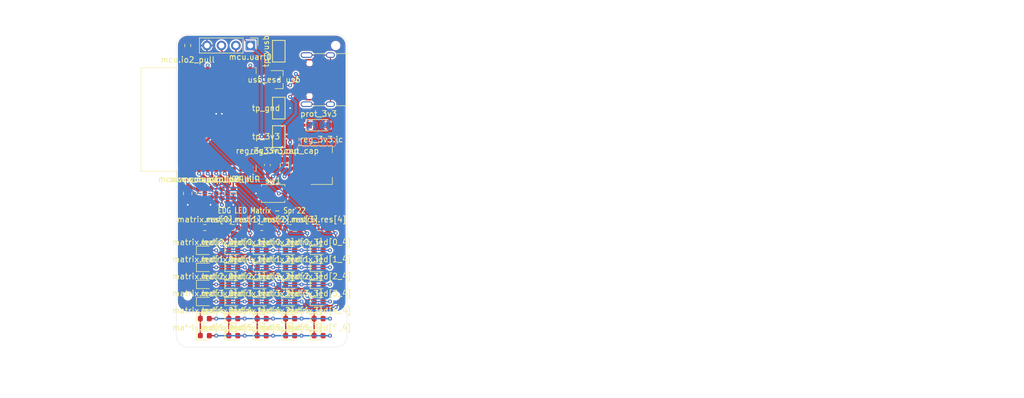
<source format=kicad_pcb>
(kicad_pcb (version 20171130) (host pcbnew "(5.1.12)-1")
  (layers (0 F.Cu signal) (31 B.Cu signal) (34 B.Paste user) (35 F.Paste user) (36 B.SilkS user) (37 F.SilkS user) (38 B.Mask user) (39 F.Mask user) (44 Edge.Cuts user))
  (net 0 "")
  (net 1 gnd)
  (net 2 v3v3)
  (net 3 vusb)
  (net 4 usb.shield)
  (net 5 usb.usb.dp)
  (net 6 matrix.led[3_0].k)
  (net 7 matrix.ios.1)
  (net 8 matrix.led[1_2].k)
  (net 9 matrix.ios.2)
  (net 10 matrix.ios.3)
  (net 11 mcu.gpio.led_4)
  (net 12 mcu.gpio.led_5)
  (net 13 mcu.ic.io2)
  (net 14 matrix.led[1_4].k)
  (net 15 mcu.en_pull.output)
  (net 16 mcu.uart0.uart.rx)
  (net 17 mcu.uart0.pins.2)
  (net 18 mcu.gpio.led_0)
  (net 19 mcu.gpio.sw1)
  (net 20 mcu.ic.io8)
  (net 21 matrix.led[1_3].k)
  (net 22 usb_esd.usb.dm)
  (net 23 matrix.led[4_1].k)
  (net 24 matrix.ios.6)
  (module Capacitor_SMD:C_0603_1608Metric (layer F.Cu) (at 91 34 270)
    (fp_text reference mcu.en_pull.c (at -2.5 0 180) (layer F.SilkS))
    (fp_text value C15849)
    (pad 1 smd roundrect (at -0.775 0 270) (size 0.9 0.95) (layers F.Cu F.Paste F.Mask) (net 15 mcu.en_pull.output))
    (pad 2 smd roundrect (at 0.775 0 270) (size 0.9 0.95) (layers F.Cu F.Paste F.Mask) (net 1 gnd))
  )
  (module Resistor_SMD:R_0603_1608Metric (layer F.Cu) (at 93 34 90)
    (fp_text reference mcu.en_pull.r (at 2.5 0 180) (layer F.SilkS))
    (fp_text value C25804)
    (pad 1 smd roundrect (at -0.825 0 90) (size 0.8 0.95) (layers F.Cu F.Paste F.Mask) (net 2 v3v3))
    (pad 2 smd roundrect (at 0.825 0 90) (size 0.8 0.95) (layers F.Cu F.Paste F.Mask) (net 15 mcu.en_pull.output))
  )
  (module Resistor_SMD:R_0603_1608Metric (layer F.Cu) (at 87 8 270)
    (fp_text reference mcu.io2_pull (at 2.5 0 180) (layer F.SilkS))
    (fp_text value C25804)
    (pad 2 smd roundrect (at 0.825 0 270) (size 0.8 0.95) (layers F.Cu F.Paste F.Mask) (net 13 mcu.ic.io2))
    (pad 1 smd roundrect (at -0.825 0 270) (size 0.8 0.95) (layers F.Cu F.Paste F.Mask) (net 2 v3v3))
  )
  (module Resistor_SMD:R_0603_1608Metric (layer F.Cu) (at 95 34 90)
    (fp_text reference mcu.io8_pull (at 2.5 0 180) (layer F.SilkS))
    (fp_text value C25804)
    (pad 1 smd roundrect (at -0.825 0 90) (size 0.8 0.95) (layers F.Cu F.Paste F.Mask) (net 1 gnd))
    (pad 2 smd roundrect (at 0.825 0 90) (size 0.8 0.95) (layers F.Cu F.Paste F.Mask) (net 20 mcu.ic.io8))
  )
  (module Connector_PinHeader_2.54mm:PinHeader_1x04_P2.54mm_Vertical (layer F.Cu) (at 98 8 270)
    (fp_text reference mcu.uart0 (at 2 0 180) (layer F.SilkS))
    (fp_text value "")
    (pad 1 thru_hole rect (at 0 0 270) (size 1.7 1.7) (drill 1) (layers *.Cu *.Mask) (net 2 v3v3))
    (pad 2 thru_hole oval (at 0 2.54 270) (size 1.7 1.7) (drill 1) (layers *.Cu *.Mask) (net 17 mcu.uart0.pins.2))
    (pad 3 thru_hole oval (at 0 5.08 270) (size 1.7 1.7) (drill 1) (layers *.Cu *.Mask) (net 16 mcu.uart0.uart.rx))
    (pad 4 thru_hole oval (at 0 7.62 270) (size 1.7 1.7) (drill 1) (layers *.Cu *.Mask) (net 1 gnd))
  )
  (module Capacitor_SMD:C_0805_2012Metric (layer F.Cu) (at 87 34 270)
    (fp_text reference mcu.vcc_cap0 (at -2.5 0 180) (layer F.SilkS))
    (fp_text value C15850)
    (pad 1 smd roundrect (at -0.95 0 270) (size 1 1.45) (layers F.Cu F.Paste F.Mask) (net 2 v3v3))
    (pad 2 smd roundrect (at 0.95 0 270) (size 1 1.45) (layers F.Cu F.Paste F.Mask) (net 1 gnd))
  )
  (module Capacitor_SMD:C_0603_1608Metric (layer F.Cu) (at 89 34 270)
    (fp_text reference mcu.vcc_cap1 (at -2.5 0 180) (layer F.SilkS))
    (fp_text value C14663)
    (pad 2 smd roundrect (at 0.775 0 270) (size 0.9 0.95) (layers F.Cu F.Paste F.Mask) (net 1 gnd))
    (pad 1 smd roundrect (at -0.775 0 270) (size 0.9 0.95) (layers F.Cu F.Paste F.Mask) (net 2 v3v3))
  )
  (module Connector_USB:USB_C_Receptacle_XKB_U262-16XN-4BVC11 (layer F.Cu) (at 111 14 90)
    (fp_text reference usb (at 0 -5.5 180) (layer F.SilkS))
    (fp_text value C165948)
    (pad S1 thru_hole oval (at -4.32 -3.105 90) (size 1 2.1) (drill oval 0.6 1.7) (layers *.Cu *.Mask) (net 4 usb.shield))
    (pad S1 thru_hole oval (at 4.32 -3.105 90) (size 1 2.1) (drill oval 0.6 1.7) (layers *.Cu *.Mask) (net 4 usb.shield))
    (pad S1 thru_hole oval (at -4.32 1.075 90) (size 1 1.6) (drill oval 0.6 1.2) (layers *.Cu *.Mask) (net 4 usb.shield))
    (pad S1 thru_hole oval (at 4.32 1.075 90) (size 1 1.6) (drill oval 0.6 1.2) (layers *.Cu *.Mask) (net 4 usb.shield))
    (pad "" np_thru_hole circle (at 2.89 -2.605 90) (size 0.65 0.65) (drill 0.65) (layers *.Cu *.Mask))
    (pad "" np_thru_hole circle (at -2.89 -2.605 90) (size 0.65 0.65) (drill 0.65) (layers *.Cu *.Mask))
    (pad B1 smd rect (at 3.05 -3.67 90) (size 0.3 1.15) (layers F.Cu F.Paste F.Mask) (net 1 gnd))
    (pad B4 smd rect (at 2.25 -3.67 90) (size 0.3 1.15) (layers F.Cu F.Paste F.Mask) (net 3 vusb))
    (pad B5 smd rect (at 1.75 -3.67 90) (size 0.3 1.15) (layers F.Cu F.Paste F.Mask))
    (pad A8 smd rect (at 1.25 -3.67 90) (size 0.3 1.15) (layers F.Cu F.Paste F.Mask))
    (pad B6 smd rect (at 0.75 -3.67 90) (size 0.3 1.15) (layers F.Cu F.Paste F.Mask) (net 5 usb.usb.dp))
    (pad A7 smd rect (at 0.25 -3.67 90) (size 0.3 1.15) (layers F.Cu F.Paste F.Mask) (net 22 usb_esd.usb.dm))
    (pad A6 smd rect (at -0.25 -3.67 90) (size 0.3 1.15) (layers F.Cu F.Paste F.Mask) (net 5 usb.usb.dp))
    (pad B7 smd rect (at -0.75 -3.67 90) (size 0.3 1.15) (layers F.Cu F.Paste F.Mask) (net 22 usb_esd.usb.dm))
    (pad A5 smd rect (at -1.25 -3.67 90) (size 0.3 1.15) (layers F.Cu F.Paste F.Mask))
    (pad B8 smd rect (at -1.75 -3.67 90) (size 0.3 1.15) (layers F.Cu F.Paste F.Mask))
    (pad A4 smd rect (at -2.55 -3.67 90) (size 0.3 1.15) (layers F.Cu F.Paste F.Mask) (net 3 vusb))
    (pad A1 smd rect (at -3.35 -3.67 90) (size 0.3 1.15) (layers F.Cu F.Paste F.Mask) (net 1 gnd))
    (pad B12 smd rect (at -3.05 -3.67 90) (size 0.3 1.15) (layers F.Cu F.Paste F.Mask) (net 1 gnd))
    (pad B9 smd rect (at -2.25 -3.67 90) (size 0.3 1.15) (layers F.Cu F.Paste F.Mask) (net 3 vusb))
    (pad A9 smd rect (at 2.55 -3.67 90) (size 0.3 1.15) (layers F.Cu F.Paste F.Mask) (net 3 vusb))
    (pad A12 smd rect (at 3.35 -3.67 90) (size 0.3 1.15) (layers F.Cu F.Paste F.Mask) (net 1 gnd))
  )
  (module RF_Module:ESP-WROOM-02 (layer F.Cu) (at 92 21 90)
    (fp_text reference mcu.ic (at -10.17 5.13) (layer F.SilkS))
    (fp_text value C2934560)
    (pad 18 smd rect (at 8.7375 -6 90) (size 0.85 0.9125) (layers F.Cu F.Paste F.Mask) (net 19 mcu.gpio.sw1))
    (pad 17 smd rect (at 8.7375 -4.5 90) (size 0.85 0.9125) (layers F.Cu F.Paste F.Mask) (net 11 mcu.gpio.led_4))
    (pad 16 smd rect (at 8.7375 -3 90) (size 0.85 0.9125) (layers F.Cu F.Paste F.Mask) (net 13 mcu.ic.io2))
    (pad 15 smd rect (at 8.7375 -1.5 90) (size 0.85 0.9125) (layers F.Cu F.Paste F.Mask) (net 12 mcu.gpio.led_5))
    (pad 14 smd rect (at 8.7375 0 90) (size 0.85 0.9125) (layers F.Cu F.Paste F.Mask) (net 5 usb.usb.dp))
    (pad 13 smd rect (at 8.7375 1.5 90) (size 0.85 0.9125) (layers F.Cu F.Paste F.Mask) (net 22 usb_esd.usb.dm))
    (pad 12 smd rect (at 8.7375 3 90) (size 0.85 0.9125) (layers F.Cu F.Paste F.Mask) (net 16 mcu.uart0.uart.rx))
    (pad 11 smd rect (at 8.7375 4.5 90) (size 0.85 0.9125) (layers F.Cu F.Paste F.Mask) (net 17 mcu.uart0.pins.2))
    (pad 10 smd rect (at 8.7375 6 90) (size 0.85 0.9125) (layers F.Cu F.Paste F.Mask) (net 24 matrix.ios.6))
    (pad 9 smd rect (at -8.7375 6 90) (size 0.85 0.9125) (layers F.Cu F.Paste F.Mask) (net 1 gnd))
    (pad 8 smd rect (at -8.7375 4.5 90) (size 0.85 0.9125) (layers F.Cu F.Paste F.Mask))
    (pad 7 smd rect (at -8.7375 3 90) (size 0.85 0.9125) (layers F.Cu F.Paste F.Mask) (net 20 mcu.ic.io8))
    (pad 6 smd rect (at -8.7375 1.5 90) (size 0.85 0.9125) (layers F.Cu F.Paste F.Mask) (net 10 matrix.ios.3))
    (pad 5 smd rect (at -8.7375 0 90) (size 0.85 0.9125) (layers F.Cu F.Paste F.Mask) (net 9 matrix.ios.2))
    (pad 4 smd rect (at -8.7375 -1.5 90) (size 0.85 0.9125) (layers F.Cu F.Paste F.Mask) (net 7 matrix.ios.1))
    (pad 3 smd rect (at -8.7375 -3 90) (size 0.85 0.9125) (layers F.Cu F.Paste F.Mask) (net 18 mcu.gpio.led_0))
    (pad 2 smd rect (at -8.7375 -4.5 90) (size 0.85 0.9125) (layers F.Cu F.Paste F.Mask) (net 15 mcu.en_pull.output))
    (pad 1 smd rect (at -8.7375 -6 90) (size 0.85 0.9125) (layers F.Cu F.Paste F.Mask) (net 2 v3v3))
    (pad 19 smd rect (at 1.12 0.58 90) (size 4.3 4.3) (layers F.Cu F.Paste F.Mask) (net 1 gnd))
  )
  (module Diode_SMD:D_SOD-123 (layer F.Cu) (at 110 22)
    (fp_text reference prot_3v3 (at 0 -2) (layer F.SilkS))
    (fp_text value C499796)
    (pad 1 smd rect (at -1.65 0) (size 0.9 1.2) (layers F.Cu F.Paste F.Mask) (net 2 v3v3))
    (pad 2 smd rect (at 1.65 0) (size 0.9 1.2) (layers F.Cu F.Paste F.Mask) (net 1 gnd))
  )
  (module Package_TO_SOT_SMD:SOT-223-3_TabPin2 (layer F.Cu) (at 110.5 29)
    (fp_text reference reg_3v3.ic (at 0 -4.5) (layer F.SilkS))
    (fp_text value C86781)
    (pad 2 smd rect (at 3.15 0) (size 2 3.8) (layers F.Cu F.Paste F.Mask) (net 2 v3v3))
    (pad 2 smd rect (at -3.15 0) (size 2 1.5) (layers F.Cu F.Paste F.Mask) (net 2 v3v3))
    (pad 3 smd rect (at -3.15 2.3) (size 2 1.5) (layers F.Cu F.Paste F.Mask) (net 3 vusb))
    (pad 1 smd rect (at -3.15 -2.3) (size 2 1.5) (layers F.Cu F.Paste F.Mask) (net 1 gnd))
  )
  (module Capacitor_SMD:C_0603_1608Metric (layer F.Cu) (at 101 29 90)
    (fp_text reference reg_3v3.in_cap (at 2.5 0 180) (layer F.SilkS))
    (fp_text value C14663)
    (pad 1 smd roundrect (at -0.775 0 90) (size 0.9 0.95) (layers F.Cu F.Paste F.Mask) (net 3 vusb))
    (pad 2 smd roundrect (at 0.775 0 90) (size 0.9 0.95) (layers F.Cu F.Paste F.Mask) (net 1 gnd))
  )
  (module Capacitor_SMD:C_0805_2012Metric (layer F.Cu) (at 104 29 90)
    (fp_text reference reg_3v3.out_cap (at 2.5 0 180) (layer F.SilkS))
    (fp_text value C1779)
    (pad 1 smd roundrect (at -0.95 0 90) (size 1 1.45) (layers F.Cu F.Paste F.Mask) (net 2 v3v3))
    (pad 2 smd roundrect (at 0.95 0 90) (size 1 1.45) (layers F.Cu F.Paste F.Mask) (net 1 gnd))
  )
  (module TestPoint:TestPoint_Keystone_5015_Micro-Minature (layer F.Cu) (at 103 24 90)
    (fp_text reference tp_3v3 (at 0 -2.25 180) (layer F.SilkS))
    (fp_text value C238130)
    (pad 1 smd rect (at 0 0 90) (size 3.4 1.8) (layers F.Cu F.Paste F.Mask) (net 2 v3v3))
  )
  (module LED_SMD:LED_0603_1608Metric (layer F.Cu) (at 90 44)
    (fp_text reference matrix.led[0_0] (at 0 -1.43) (layer F.SilkS))
    (fp_text value C72038)
    (pad 1 smd roundrect (at -0.7875 0) (size 0.875 0.95) (layers F.Cu F.Paste F.Mask) (net 6 matrix.led[3_0].k))
    (pad 2 smd roundrect (at 0.7875 0) (size 0.875 0.95) (layers F.Cu F.Paste F.Mask) (net 7 matrix.ios.1))
  )
  (module LED_SMD:LED_0603_1608Metric (layer F.Cu) (at 95 44)
    (fp_text reference matrix.led[0_1] (at 0 -1.43) (layer F.SilkS))
    (fp_text value C72038)
    (pad 2 smd roundrect (at 0.7875 0) (size 0.875 0.95) (layers F.Cu F.Paste F.Mask) (net 18 mcu.gpio.led_0))
    (pad 1 smd roundrect (at -0.7875 0) (size 0.875 0.95) (layers F.Cu F.Paste F.Mask) (net 23 matrix.led[4_1].k))
  )
  (module LED_SMD:LED_0603_1608Metric (layer F.Cu) (at 100 44)
    (fp_text reference matrix.led[0_2] (at 0 -1.43) (layer F.SilkS))
    (fp_text value C72038)
    (pad 1 smd roundrect (at -0.7875 0) (size 0.875 0.95) (layers F.Cu F.Paste F.Mask) (net 8 matrix.led[1_2].k))
    (pad 2 smd roundrect (at 0.7875 0) (size 0.875 0.95) (layers F.Cu F.Paste F.Mask) (net 18 mcu.gpio.led_0))
  )
  (module LED_SMD:LED_0603_1608Metric (layer F.Cu) (at 105 44)
    (fp_text reference matrix.led[0_3] (at 0 -1.43) (layer F.SilkS))
    (fp_text value C72038)
    (pad 1 smd roundrect (at -0.7875 0) (size 0.875 0.95) (layers F.Cu F.Paste F.Mask) (net 21 matrix.led[1_3].k))
    (pad 2 smd roundrect (at 0.7875 0) (size 0.875 0.95) (layers F.Cu F.Paste F.Mask) (net 18 mcu.gpio.led_0))
  )
  (module LED_SMD:LED_0603_1608Metric (layer F.Cu) (at 110 44)
    (fp_text reference matrix.led[0_4] (at 0 -1.43) (layer F.SilkS))
    (fp_text value C72038)
    (pad 2 smd roundrect (at 0.7875 0) (size 0.875 0.95) (layers F.Cu F.Paste F.Mask) (net 18 mcu.gpio.led_0))
    (pad 1 smd roundrect (at -0.7875 0) (size 0.875 0.95) (layers F.Cu F.Paste F.Mask) (net 14 matrix.led[1_4].k))
  )
  (module LED_SMD:LED_0603_1608Metric (layer F.Cu) (at 90 47)
    (fp_text reference matrix.led[1_0] (at 0 -1.43) (layer F.SilkS))
    (fp_text value C72038)
    (pad 2 smd roundrect (at 0.7875 0) (size 0.875 0.95) (layers F.Cu F.Paste F.Mask) (net 9 matrix.ios.2))
    (pad 1 smd roundrect (at -0.7875 0) (size 0.875 0.95) (layers F.Cu F.Paste F.Mask) (net 6 matrix.led[3_0].k))
  )
  (module LED_SMD:LED_0603_1608Metric (layer F.Cu) (at 95 47)
    (fp_text reference matrix.led[1_1] (at 0 -1.43) (layer F.SilkS))
    (fp_text value C72038)
    (pad 1 smd roundrect (at -0.7875 0) (size 0.875 0.95) (layers F.Cu F.Paste F.Mask) (net 23 matrix.led[4_1].k))
    (pad 2 smd roundrect (at 0.7875 0) (size 0.875 0.95) (layers F.Cu F.Paste F.Mask) (net 9 matrix.ios.2))
  )
  (module LED_SMD:LED_0603_1608Metric (layer F.Cu) (at 100 47)
    (fp_text reference matrix.led[1_2] (at 0 -1.43) (layer F.SilkS))
    (fp_text value C72038)
    (pad 1 smd roundrect (at -0.7875 0) (size 0.875 0.95) (layers F.Cu F.Paste F.Mask) (net 8 matrix.led[1_2].k))
    (pad 2 smd roundrect (at 0.7875 0) (size 0.875 0.95) (layers F.Cu F.Paste F.Mask) (net 7 matrix.ios.1))
  )
  (module LED_SMD:LED_0603_1608Metric (layer F.Cu) (at 105 47)
    (fp_text reference matrix.led[1_3] (at 0 -1.43) (layer F.SilkS))
    (fp_text value C72038)
    (pad 2 smd roundrect (at 0.7875 0) (size 0.875 0.95) (layers F.Cu F.Paste F.Mask) (net 7 matrix.ios.1))
    (pad 1 smd roundrect (at -0.7875 0) (size 0.875 0.95) (layers F.Cu F.Paste F.Mask) (net 21 matrix.led[1_3].k))
  )
  (module LED_SMD:LED_0603_1608Metric (layer F.Cu) (at 110 47)
    (fp_text reference matrix.led[1_4] (at 0 -1.43) (layer F.SilkS))
    (fp_text value C72038)
    (pad 1 smd roundrect (at -0.7875 0) (size 0.875 0.95) (layers F.Cu F.Paste F.Mask) (net 14 matrix.led[1_4].k))
    (pad 2 smd roundrect (at 0.7875 0) (size 0.875 0.95) (layers F.Cu F.Paste F.Mask) (net 7 matrix.ios.1))
  )
  (module LED_SMD:LED_0603_1608Metric (layer F.Cu) (at 90 50)
    (fp_text reference matrix.led[2_0] (at 0 -1.43) (layer F.SilkS))
    (fp_text value C72038)
    (pad 1 smd roundrect (at -0.7875 0) (size 0.875 0.95) (layers F.Cu F.Paste F.Mask) (net 6 matrix.led[3_0].k))
    (pad 2 smd roundrect (at 0.7875 0) (size 0.875 0.95) (layers F.Cu F.Paste F.Mask) (net 10 matrix.ios.3))
  )
  (module LED_SMD:LED_0603_1608Metric (layer F.Cu) (at 95 50)
    (fp_text reference matrix.led[2_1] (at 0 -1.43) (layer F.SilkS))
    (fp_text value C72038)
    (pad 2 smd roundrect (at 0.7875 0) (size 0.875 0.95) (layers F.Cu F.Paste F.Mask) (net 10 matrix.ios.3))
    (pad 1 smd roundrect (at -0.7875 0) (size 0.875 0.95) (layers F.Cu F.Paste F.Mask) (net 23 matrix.led[4_1].k))
  )
  (module LED_SMD:LED_0603_1608Metric (layer F.Cu) (at 100 50)
    (fp_text reference matrix.led[2_2] (at 0 -1.43) (layer F.SilkS))
    (fp_text value C72038)
    (pad 2 smd roundrect (at 0.7875 0) (size 0.875 0.95) (layers F.Cu F.Paste F.Mask) (net 10 matrix.ios.3))
    (pad 1 smd roundrect (at -0.7875 0) (size 0.875 0.95) (layers F.Cu F.Paste F.Mask) (net 8 matrix.led[1_2].k))
  )
  (module LED_SMD:LED_0603_1608Metric (layer F.Cu) (at 105 50)
    (fp_text reference matrix.led[2_3] (at 0 -1.43) (layer F.SilkS))
    (fp_text value C72038)
    (pad 2 smd roundrect (at 0.7875 0) (size 0.875 0.95) (layers F.Cu F.Paste F.Mask) (net 9 matrix.ios.2))
    (pad 1 smd roundrect (at -0.7875 0) (size 0.875 0.95) (layers F.Cu F.Paste F.Mask) (net 21 matrix.led[1_3].k))
  )
  (module LED_SMD:LED_0603_1608Metric (layer F.Cu) (at 110 50)
    (fp_text reference matrix.led[2_4] (at 0 -1.43) (layer F.SilkS))
    (fp_text value C72038)
    (pad 2 smd roundrect (at 0.7875 0) (size 0.875 0.95) (layers F.Cu F.Paste F.Mask) (net 9 matrix.ios.2))
    (pad 1 smd roundrect (at -0.7875 0) (size 0.875 0.95) (layers F.Cu F.Paste F.Mask) (net 14 matrix.led[1_4].k))
  )
  (module LED_SMD:LED_0603_1608Metric (layer F.Cu) (at 90 53)
    (fp_text reference matrix.led[3_0] (at 0 -1.43) (layer F.SilkS))
    (fp_text value C72038)
    (pad 2 smd roundrect (at 0.7875 0) (size 0.875 0.95) (layers F.Cu F.Paste F.Mask) (net 11 mcu.gpio.led_4))
    (pad 1 smd roundrect (at -0.7875 0) (size 0.875 0.95) (layers F.Cu F.Paste F.Mask) (net 6 matrix.led[3_0].k))
  )
  (module LED_SMD:LED_0603_1608Metric (layer F.Cu) (at 95 53)
    (fp_text reference matrix.led[3_1] (at 0 -1.43) (layer F.SilkS))
    (fp_text value C72038)
    (pad 1 smd roundrect (at -0.7875 0) (size 0.875 0.95) (layers F.Cu F.Paste F.Mask) (net 23 matrix.led[4_1].k))
    (pad 2 smd roundrect (at 0.7875 0) (size 0.875 0.95) (layers F.Cu F.Paste F.Mask) (net 11 mcu.gpio.led_4))
  )
  (module LED_SMD:LED_0603_1608Metric (layer F.Cu) (at 100 53)
    (fp_text reference matrix.led[3_2] (at 0 -1.43) (layer F.SilkS))
    (fp_text value C72038)
    (pad 2 smd roundrect (at 0.7875 0) (size 0.875 0.95) (layers F.Cu F.Paste F.Mask) (net 11 mcu.gpio.led_4))
    (pad 1 smd roundrect (at -0.7875 0) (size 0.875 0.95) (layers F.Cu F.Paste F.Mask) (net 8 matrix.led[1_2].k))
  )
  (module LED_SMD:LED_0603_1608Metric (layer F.Cu) (at 105 53)
    (fp_text reference matrix.led[3_3] (at 0 -1.43) (layer F.SilkS))
    (fp_text value C72038)
    (pad 1 smd roundrect (at -0.7875 0) (size 0.875 0.95) (layers F.Cu F.Paste F.Mask) (net 21 matrix.led[1_3].k))
    (pad 2 smd roundrect (at 0.7875 0) (size 0.875 0.95) (layers F.Cu F.Paste F.Mask) (net 11 mcu.gpio.led_4))
  )
  (module LED_SMD:LED_0603_1608Metric (layer F.Cu) (at 110 53)
    (fp_text reference matrix.led[3_4] (at 0 -1.43) (layer F.SilkS))
    (fp_text value C72038)
    (pad 1 smd roundrect (at -0.7875 0) (size 0.875 0.95) (layers F.Cu F.Paste F.Mask) (net 14 matrix.led[1_4].k))
    (pad 2 smd roundrect (at 0.7875 0) (size 0.875 0.95) (layers F.Cu F.Paste F.Mask) (net 10 matrix.ios.3))
  )
  (module Resistor_SMD:R_0603_1608Metric (layer F.Cu) (at 90 40)
    (fp_text reference matrix.res[0] (at 0 -1.43) (layer F.SilkS))
    (fp_text value C23253)
    (pad 2 smd roundrect (at 0.825 0) (size 0.8 0.95) (layers F.Cu F.Paste F.Mask) (net 18 mcu.gpio.led_0))
    (pad 1 smd roundrect (at -0.825 0) (size 0.8 0.95) (layers F.Cu F.Paste F.Mask) (net 6 matrix.led[3_0].k))
  )
  (module Resistor_SMD:R_0603_1608Metric (layer F.Cu) (at 95 40)
    (fp_text reference matrix.res[1] (at 0 -1.43) (layer F.SilkS))
    (fp_text value C23253)
    (pad 1 smd roundrect (at -0.825 0) (size 0.8 0.95) (layers F.Cu F.Paste F.Mask) (net 23 matrix.led[4_1].k))
    (pad 2 smd roundrect (at 0.825 0) (size 0.8 0.95) (layers F.Cu F.Paste F.Mask) (net 7 matrix.ios.1))
  )
  (module Resistor_SMD:R_0603_1608Metric (layer F.Cu) (at 100 40)
    (fp_text reference matrix.res[2] (at 0 -1.43) (layer F.SilkS))
    (fp_text value C23253)
    (pad 1 smd roundrect (at -0.825 0) (size 0.8 0.95) (layers F.Cu F.Paste F.Mask) (net 8 matrix.led[1_2].k))
    (pad 2 smd roundrect (at 0.825 0) (size 0.8 0.95) (layers F.Cu F.Paste F.Mask) (net 9 matrix.ios.2))
  )
  (module Resistor_SMD:R_0603_1608Metric (layer F.Cu) (at 105 40)
    (fp_text reference matrix.res[3] (at 0 -1.43) (layer F.SilkS))
    (fp_text value C23253)
    (pad 2 smd roundrect (at 0.825 0) (size 0.8 0.95) (layers F.Cu F.Paste F.Mask) (net 10 matrix.ios.3))
    (pad 1 smd roundrect (at -0.825 0) (size 0.8 0.95) (layers F.Cu F.Paste F.Mask) (net 21 matrix.led[1_3].k))
  )
  (module Resistor_SMD:R_0603_1608Metric (layer F.Cu) (at 110 40)
    (fp_text reference matrix.res[4] (at 0 -1.43) (layer F.SilkS))
    (fp_text value C23253)
    (pad 2 smd roundrect (at 0.825 0) (size 0.8 0.95) (layers F.Cu F.Paste F.Mask) (net 11 mcu.gpio.led_4))
    (pad 1 smd roundrect (at -0.825 0) (size 0.8 0.95) (layers F.Cu F.Paste F.Mask) (net 14 matrix.led[1_4].k))
  )
  (module edg:Symbol_Duckling (layer F.Cu) (at 110 35)
    (fp_text reference duck hide)
    (fp_text value "" hide)
    (fp_line (start -0.2 1.39571) (end -0.212004 1.146914) (layer F.Cu) (width 0.2))
    (fp_line (start 0.382558 1.56145) (end 0.273702 1.202597) (layer F.Cu) (width 0.2))
    (fp_circle (center 0 0) (end 2.5 0) (layer F.Cu) (width 0.2))
    (fp_line (start -0.150743 1.768905) (end -0.2 1.39571) (layer F.Cu) (width 0.2))
    (fp_line (start 0.902531 0.329667) (end 0.937407 0.022451) (layer F.Cu) (width 0.2))
    (fp_circle (center 0.3125 -1.25) (end 0.875 -1.25) (layer F.Cu) (width 0.2))
    (fp_line (start 0.792579 0.628467) (end 0.902531 0.329667) (layer F.Cu) (width 0.2))
    (fp_line (start 0.778054 -0.54137) (end 0.59375 -0.762861) (layer F.Cu) (width 0.2))
    (fp_line (start 0.895035 -0.27405) (end 0.778054 -0.54137) (layer F.Cu) (width 0.2))
    (fp_line (start 0.937407 0.022451) (end 0.895035 -0.27405) (layer F.Cu) (width 0.2))
    (fp_line (start 0.614398 0.900241) (end 0.792579 0.628467) (layer F.Cu) (width 0.2))
    (fp_line (start 0.379085 1.128065) (end 0.614398 0.900241) (layer F.Cu) (width 0.2))
    (fp_line (start -0.807277 1.374087) (end -0.51095 1.424715) (layer F.Cu) (width 0.2))
    (fp_line (start 0.101295 1.297751) (end 0.379085 1.128065) (layer F.Cu) (width 0.2))
    (fp_line (start -0.201673 1.39873) (end 0.101295 1.297751) (layer F.Cu) (width 0.2))
    (fp_line (start -1.072198 1.25) (end -0.807277 1.374087) (layer F.Cu) (width 0.2))
    (fp_line (start -0.51095 1.424715) (end -0.201673 1.39873) (layer F.Cu) (width 0.2))
    (fp_arc (start 0.255376 2.580879) (end 0.286757 1.643905) (angle -31.9) (layer F.Cu) (width 0.16))
    (fp_arc (start 0.255376 0.95693) (end -0.213243 1.768905) (angle -31.9) (layer F.Cu) (width 0.16))
    (fp_arc (start -1.045869 -1.397143) (end -0.303506 -0.391461) (angle -23.07391807) (layer F.Cu) (width 0.2))
    (fp_arc (start 0.820058 1.49895) (end 0.820058 1.43645) (angle -180) (layer F.Cu) (width 0.16))
    (fp_arc (start 0.820058 1.62395) (end 0.820058 1.56145) (angle -180) (layer F.Cu) (width 0.16))
    (fp_arc (start 0.438855 0.614222) (end -0.303506 -0.391461) (angle -50.50954913) (layer F.Cu) (width 0.2))
    (fp_arc (start -2.057586 0.480902) (end -1.072198 1.25) (angle -34.91520625) (layer F.Cu) (width 0.2))
    (fp_arc (start 1.417814 -1.468658) (end 0.869178 -1.169286) (angle -38.9) (layer F.Cu) (width 0.16))
    (fp_arc (start 0.666915 0.805586) (end -0.013396 -0.243068) (angle -64) (layer F.Cu) (width 0.16))
    (fp_arc (start 0.5 -1.375) (end 0.62074 -1.407352) (angle -150) (layer F.Cu) (width 0.16))
    (fp_arc (start 0.286757 1.831405) (end 0.286757 1.768905) (angle -180) (layer F.Cu) (width 0.16))
    (fp_arc (start 1.002382 -1.490866) (end 0.763205 -0.913443) (angle -38.9) (layer F.Cu) (width 0.16))
    (fp_arc (start 0.286757 1.706405) (end 0.286757 1.643905) (angle -180) (layer F.Cu) (width 0.16))
    (fp_arc (start -0.639602 -0.290712) (end -0.573812 0.957555) (angle -73.5) (layer F.Cu) (width 0.16))
    (fp_arc (start 0.788677 0.749475) (end 0.320058 1.56145) (angle -31.9) (layer F.Cu) (width 0.16))
    (fp_arc (start 0 0) (end 1.093749 1.89443) (angle -300) (layer F.Cu) (width 0.2))
    (fp_arc (start 0.788677 2.373424) (end 0.820058 1.43645) (angle -31.9) (layer F.Cu) (width 0.16))
  )
  (module edg:Indicator_IdDots_4 (layer B.Cu) (at 110 25)
    (fp_text reference id hide)
    (fp_text value "")
    (fp_circle (center 2.25 0) (end 2.5 0) (layer B.Cu) (width 0.5))
    (fp_circle (center 0.75 0) (end 1 0) (layer B.Cu) (width 0.5))
    (fp_circle (center -0.75 0) (end -0.5 0) (layer B.Cu) (width 0.5))
    (fp_circle (center -2.25 0) (end -2 0) (layer B.Cu) (width 0.5))
  )
  (module edg:JlcToolingHole_1.152mm (layer F.Cu) (at 113 8)
    (fp_text reference jlc_th1 hide)
    (fp_text value "")
    (pad "" np_thru_hole circle (at 0 0) (size 1.152 1.152) (drill 1.152) (layers *.Cu *.Mask))
  )
  (module edg:JlcToolingHole_1.152mm (layer F.Cu) (at 87 58)
    (fp_text reference jlc_th2 hide)
    (fp_text value "")
    (pad "" np_thru_hole circle (at 0 0) (size 1.152 1.152) (drill 1.152) (layers *.Cu *.Mask))
  )
  (module edg:JlcToolingHole_1.152mm (layer F.Cu) (at 113 58)
    (fp_text reference jlc_th3 hide)
    (fp_text value "")
    (pad "" np_thru_hole circle (at 0 0) (size 1.152 1.152) (drill 1.152) (layers *.Cu *.Mask))
  )
  (module edg:Indicator_LeadFree (layer B.Cu) (at 110 22)
    (fp_text reference leadfree hide)
    (fp_text value "" hide)
    (fp_line (start -0.8 -0.45) (end -0.4 -0.45) (layer B.Cu) (width 0.2))
    (fp_line (start -2.05 0.55) (end -1.8 0.55) (layer B.Cu) (width 0.2))
    (fp_circle (center 1.25 0) (end 2.25 0) (layer B.Cu) (width 0.2))
    (fp_circle (center -1.25 0) (end -0.25 0) (layer B.Cu) (width 0.2))
    (fp_line (start 0.6 -0.7) (end 1.9 0.7) (layer B.Cu) (width 0.2))
    (fp_text user Pb (at 1.25 0) (layer B.Cu) (effects (font (size 1 0.8) (thickness 0.2)) (justify mirror)))
    (fp_text user Pb (at -1.25 0) (layer B.Cu) (effects (font (size 1 0.8) (thickness 0.2)) (justify mirror)))
  )
  (module TestPoint:TestPoint_Keystone_5015_Micro-Minature (layer F.Cu) (at 103 19 90)
    (fp_text reference tp_gnd (at 0 -2.25 180) (layer F.SilkS))
    (fp_text value C238130)
    (pad 1 smd rect (at 0 0 90) (size 3.4 1.8) (layers F.Cu F.Paste F.Mask) (net 1 gnd))
  )
  (module TestPoint:TestPoint_Keystone_5015_Micro-Minature (layer F.Cu) (at 103 9 90)
    (fp_text reference tp_vusb (at 0 -2.25 90) (layer F.SilkS))
    (fp_text value C238130)
    (pad 1 smd rect (at 0 0 90) (size 3.4 1.8) (layers F.Cu F.Paste F.Mask) (net 3 vusb))
  )
  (module Button_Switch_SMD:SW_Push_SPST_NO_Alps_SKRK (layer F.Cu) (at 102 34)
    (fp_text reference sw1 (at 0 -2.25) (layer F.SilkS))
    (fp_text value "")
    (pad 2 smd roundrect (at 2.1 0) (size 0.8 2) (layers F.Cu F.Paste F.Mask) (net 19 mcu.gpio.sw1))
    (pad 1 smd roundrect (at -2.1 0) (size 0.8 2) (layers F.Cu F.Paste F.Mask) (net 1 gnd))
  )
  (module Package_TO_SOT_SMD:SOT-23 (layer F.Cu) (at 103 14)
    (fp_text reference usb_esd (at -2.5 0) (layer F.SilkS))
    (fp_text value C87911)
    (pad 1 smd rect (at -1 -0.95) (size 0.9 0.8) (layers F.Cu F.Paste F.Mask) (net 22 usb_esd.usb.dm))
    (pad 2 smd rect (at -1 0.95) (size 0.9 0.8) (layers F.Cu F.Paste F.Mask) (net 5 usb.usb.dp))
    (pad 3 smd rect (at 1 0) (size 0.9 0.8) (layers F.Cu F.Paste F.Mask) (net 1 gnd))
  )
  (module LED_SMD:LED_0603_1608Metric (layer F.Cu) (at 90 56)
    (fp_text reference matrix.led[4_0] (at 0 -1.43) (layer F.SilkS))
    (fp_text value C72038)
    (pad 2 smd roundrect (at 0.7875 0) (size 0.875 0.95) (layers F.Cu F.Paste F.Mask) (net 12 mcu.gpio.led_5))
    (pad 1 smd roundrect (at -0.7875 0) (size 0.875 0.95) (layers F.Cu F.Paste F.Mask) (net 6 matrix.led[3_0].k))
  )
  (module LED_SMD:LED_0603_1608Metric (layer F.Cu) (at 95 56)
    (fp_text reference matrix.led[4_1] (at 0 -1.43) (layer F.SilkS))
    (fp_text value C72038)
    (pad 1 smd roundrect (at -0.7875 0) (size 0.875 0.95) (layers F.Cu F.Paste F.Mask) (net 23 matrix.led[4_1].k))
    (pad 2 smd roundrect (at 0.7875 0) (size 0.875 0.95) (layers F.Cu F.Paste F.Mask) (net 12 mcu.gpio.led_5))
  )
  (module LED_SMD:LED_0603_1608Metric (layer F.Cu) (at 100 56)
    (fp_text reference matrix.led[4_2] (at 0 -1.43) (layer F.SilkS))
    (fp_text value C72038)
    (pad 2 smd roundrect (at 0.7875 0) (size 0.875 0.95) (layers F.Cu F.Paste F.Mask) (net 12 mcu.gpio.led_5))
    (pad 1 smd roundrect (at -0.7875 0) (size 0.875 0.95) (layers F.Cu F.Paste F.Mask) (net 8 matrix.led[1_2].k))
  )
  (module LED_SMD:LED_0603_1608Metric (layer F.Cu) (at 105 56)
    (fp_text reference matrix.led[4_3] (at 0 -1.43) (layer F.SilkS))
    (fp_text value C72038)
    (pad 1 smd roundrect (at -0.7875 0) (size 0.875 0.95) (layers F.Cu F.Paste F.Mask) (net 21 matrix.led[1_3].k))
    (pad 2 smd roundrect (at 0.7875 0) (size 0.875 0.95) (layers F.Cu F.Paste F.Mask) (net 12 mcu.gpio.led_5))
  )
  (module LED_SMD:LED_0603_1608Metric (layer F.Cu) (at 110 56)
    (fp_text reference matrix.led[4_4] (at 0 -1.43) (layer F.SilkS))
    (fp_text value C72038)
    (pad 1 smd roundrect (at -0.7875 0) (size 0.875 0.95) (layers F.Cu F.Paste F.Mask) (net 14 matrix.led[1_4].k))
    (pad 2 smd roundrect (at 0.7875 0) (size 0.875 0.95) (layers F.Cu F.Paste F.Mask) (net 12 mcu.gpio.led_5))
  )
  (module LED_SMD:LED_0603_1608Metric (layer F.Cu) (at 90 59)
    (fp_text reference matrix.led[5_0] (at 0 -1.43) (layer F.SilkS))
    (fp_text value C72038)
    (pad 1 smd roundrect (at -0.7875 0) (size 0.875 0.95) (layers F.Cu F.Paste F.Mask) (net 6 matrix.led[3_0].k))
    (pad 2 smd roundrect (at 0.7875 0) (size 0.875 0.95) (layers F.Cu F.Paste F.Mask) (net 24 matrix.ios.6))
  )
  (module LED_SMD:LED_0603_1608Metric (layer F.Cu) (at 95 59)
    (fp_text reference matrix.led[5_1] (at 0 -1.43) (layer F.SilkS))
    (fp_text value C72038)
    (pad 2 smd roundrect (at 0.7875 0) (size 0.875 0.95) (layers F.Cu F.Paste F.Mask) (net 24 matrix.ios.6))
    (pad 1 smd roundrect (at -0.7875 0) (size 0.875 0.95) (layers F.Cu F.Paste F.Mask) (net 23 matrix.led[4_1].k))
  )
  (module LED_SMD:LED_0603_1608Metric (layer F.Cu) (at 100 59)
    (fp_text reference matrix.led[5_2] (at 0 -1.43) (layer F.SilkS))
    (fp_text value C72038)
    (pad 1 smd roundrect (at -0.7875 0) (size 0.875 0.95) (layers F.Cu F.Paste F.Mask) (net 8 matrix.led[1_2].k))
    (pad 2 smd roundrect (at 0.7875 0) (size 0.875 0.95) (layers F.Cu F.Paste F.Mask) (net 24 matrix.ios.6))
  )
  (module LED_SMD:LED_0603_1608Metric (layer F.Cu) (at 105 59)
    (fp_text reference matrix.led[5_3] (at 0 -1.43) (layer F.SilkS))
    (fp_text value C72038)
    (pad 2 smd roundrect (at 0.7875 0) (size 0.875 0.95) (layers F.Cu F.Paste F.Mask) (net 24 matrix.ios.6))
    (pad 1 smd roundrect (at -0.7875 0) (size 0.875 0.95) (layers F.Cu F.Paste F.Mask) (net 21 matrix.led[1_3].k))
  )
  (module LED_SMD:LED_0603_1608Metric (layer F.Cu) (at 110 59)
    (fp_text reference matrix.led[5_4] (at 0 -1.43) (layer F.SilkS))
    (fp_text value C72038)
    (pad 2 smd roundrect (at 0.7875 0) (size 0.875 0.95) (layers F.Cu F.Paste F.Mask) (net 24 matrix.ios.6))
    (pad 1 smd roundrect (at -0.7875 0) (size 0.875 0.95) (layers F.Cu F.Paste F.Mask) (net 14 matrix.led[1_4].k))
  )
  (gr_text "EDG LED Matrix - Spr'22" (at 100 37) (layer F.SilkS) (effects (font (size 1 0.8))))
  (gr_arc (start 87 59) (end 85 59) (angle -90) (layer Edge.Cuts) (width 0.05))
  (gr_arc (start 87 8) (end 87 6) (angle -90) (layer Edge.Cuts) (width 0.05))
  (gr_arc (start 113 8) (end 115 8) (angle -90) (layer Edge.Cuts) (width 0.05))
  (gr_arc (start 113 59) (end 113 61) (angle -90) (layer Edge.Cuts) (width 0.05))
  (gr_line (start 113 61) (end 87 61) (layer Edge.Cuts) (width 0.05))
  (gr_line (start 87 6) (end 113 6) (layer Edge.Cuts) (width 0.05))
  (gr_line (start 115 59) (end 115 8) (layer Edge.Cuts) (width 0.05))
  (gr_line (start 85 8) (end 85 59) (layer Edge.Cuts) (width 0.05))
  (via (at 87 36) (size 0.7) (drill 0.3) (layers F.Cu B.Cu) (net 1))
  (segment (start 87 34.95) (end 87 36) (width 0.5) (layer F.Cu) (net 1))
  (segment (start 89 34.775) (end 88.225 34.775) (width 0.5) (layer F.Cu) (net 1))
  (segment (start 88.05 34.95) (end 87 34.95) (width 0.5) (layer F.Cu) (net 1))
  (segment (start 88.225 34.775) (end 88.05 34.95) (width 0.5) (layer F.Cu) (net 1))
  (segment (start 89 34.775) (end 91 34.775) (width 0.25) (layer F.Cu) (net 1))
  (via (at 95 36) (size 0.7) (drill 0.3) (layers F.Cu B.Cu) (net 1))
  (segment (start 95 34.825) (end 95 36) (width 0.25) (layer F.Cu) (net 1))
  (via (at 91 36) (size 0.7) (drill 0.3) (layers F.Cu B.Cu) (net 1))
  (segment (start 91 34.775) (end 91 36) (width 0.25) (layer F.Cu) (net 1))
  (via (at 99 34) (size 0.7) (drill 0.3) (layers F.Cu B.Cu) (net 1))
  (segment (start 99.9 34) (end 99 34) (width 0.25) (layer F.Cu) (net 1))
  (via (at 98 31) (size 0.7) (drill 0.3) (layers F.Cu B.Cu) (net 1))
  (segment (start 98 29.7375) (end 98 31) (width 0.25) (layer F.Cu) (net 1))
  (segment (start 107.6178 10.65) (end 107.767801 10.499999) (width 0.25) (layer F.Cu) (net 1))
  (segment (start 107.767801 10.499999) (end 109.499999 10.499999) (width 0.25) (layer F.Cu) (net 1))
  (segment (start 107.33 10.65) (end 107.6178 10.65) (width 0.25) (layer F.Cu) (net 1))
  (segment (start 109.499999 10.499999) (end 110 11) (width 0.25) (layer F.Cu) (net 1))
  (segment (start 107.80279 17.53499) (end 109.46501 17.53499) (width 0.25) (layer F.Cu) (net 1))
  (segment (start 107.6178 17.35) (end 107.80279 17.53499) (width 0.25) (layer F.Cu) (net 1))
  (segment (start 107.33 17.35) (end 107.6178 17.35) (width 0.25) (layer F.Cu) (net 1))
  (segment (start 110 17) (end 110 11) (width 0.25) (layer F.Cu) (net 1))
  (segment (start 109.46501 17.53499) (end 110 17) (width 0.25) (layer F.Cu) (net 1))
  (via (at 92 20) (size 0.7) (drill 0.3) (layers F.Cu B.Cu) (net 1))
  (segment (start 92.12 19.88) (end 92 20) (width 0.25) (layer F.Cu) (net 1))
  (segment (start 92.58 19.88) (end 92.12 19.88) (width 0.25) (layer F.Cu) (net 1))
  (via (at 93 20) (size 0.7) (drill 0.3) (layers F.Cu B.Cu) (net 1))
  (segment (start 92.88 19.88) (end 93 20) (width 0.25) (layer F.Cu) (net 1))
  (segment (start 92.58 19.88) (end 92.88 19.88) (width 0.25) (layer F.Cu) (net 1))
  (segment (start 107.33 17.05) (end 107.33 17.35) (width 0.2) (layer F.Cu) (net 1))
  (segment (start 107.33 10.95) (end 107.33 10.65) (width 0.2) (layer F.Cu) (net 1))
  (via (at 103 14) (size 0.7) (drill 0.3) (layers F.Cu B.Cu) (net 1))
  (segment (start 104 14) (end 103 14) (width 0.5) (layer F.Cu) (net 1))
  (segment (start 114 22) (end 111.65 22) (width 0.5) (layer F.Cu) (net 1))
  (segment (start 114 24) (end 114 22) (width 0.5) (layer F.Cu) (net 1))
  (segment (start 111.3 26.7) (end 114 24) (width 0.5) (layer F.Cu) (net 1))
  (segment (start 107.35 26.7) (end 111.3 26.7) (width 0.5) (layer F.Cu) (net 1))
  (segment (start 114 22) (end 114 21) (width 0.5) (layer F.Cu) (net 1))
  (segment (start 114 21) (end 113 20) (width 0.5) (layer F.Cu) (net 1))
  (segment (start 113 20) (end 106 20) (width 0.5) (layer F.Cu) (net 1))
  (segment (start 105 19) (end 103 19) (width 0.5) (layer F.Cu) (net 1))
  (segment (start 106 20) (end 105 19) (width 0.5) (layer F.Cu) (net 1))
  (via (at 105 19) (size 0.7) (drill 0.3) (layers F.Cu B.Cu) (net 1))
  (segment (start 103 17) (end 103 14) (width 0.5) (layer B.Cu) (net 1))
  (segment (start 105 19) (end 103 17) (width 0.5) (layer B.Cu) (net 1))
  (segment (start 104 28.05) (end 104.95 28.05) (width 0.5) (layer F.Cu) (net 1))
  (segment (start 106.3 26.7) (end 107.35 26.7) (width 0.5) (layer F.Cu) (net 1))
  (segment (start 104.95 28.05) (end 106.3 26.7) (width 0.5) (layer F.Cu) (net 1))
  (segment (start 102.55 28.05) (end 104 28.05) (width 0.5) (layer F.Cu) (net 1))
  (segment (start 102.375 28.225) (end 102.55 28.05) (width 0.5) (layer F.Cu) (net 1))
  (segment (start 101 28.225) (end 102.375 28.225) (width 0.5) (layer F.Cu) (net 1))
  (segment (start 106.65 17.35) (end 105 19) (width 0.25) (layer F.Cu) (net 1))
  (segment (start 107.33 17.35) (end 106.65 17.35) (width 0.25) (layer F.Cu) (net 1))
  (segment (start 87 32) (end 87 33.05) (width 0.5) (layer F.Cu) (net 2))
  (segment (start 86 31) (end 87 32) (width 0.5) (layer F.Cu) (net 2))
  (segment (start 89 33.225) (end 88.225 33.225) (width 0.5) (layer F.Cu) (net 2))
  (segment (start 88.05 33.05) (end 87 33.05) (width 0.5) (layer F.Cu) (net 2))
  (segment (start 88.225 33.225) (end 88.05 33.05) (width 0.5) (layer F.Cu) (net 2))
  (via (at 87 32) (size 0.7) (drill 0.3) (layers F.Cu B.Cu) (net 2))
  (via (at 93 36) (size 0.7) (drill 0.3) (layers F.Cu B.Cu) (net 2))
  (segment (start 93 34.825) (end 93 36) (width 0.25) (layer F.Cu) (net 2))
  (segment (start 114.15 29) (end 107.85 29) (width 0.5) (layer F.Cu) (net 2))
  (segment (start 87 32) (end 89 34) (width 0.25) (layer B.Cu) (net 2))
  (segment (start 91 34) (end 93 36) (width 0.25) (layer B.Cu) (net 2))
  (segment (start 89 34) (end 91 34) (width 0.25) (layer B.Cu) (net 2))
  (segment (start 87 7.175) (end 88.325 7.175) (width 0.2) (layer F.Cu) (net 2))
  (segment (start 88.325 7.175) (end 89 6.5) (width 0.2) (layer F.Cu) (net 2))
  (segment (start 96.5 6.5) (end 98 8) (width 0.2) (layer F.Cu) (net 2))
  (segment (start 89 6.5) (end 96.5 6.5) (width 0.2) (layer F.Cu) (net 2))
  (segment (start 103 24) (end 105 24) (width 0.5) (layer F.Cu) (net 2))
  (segment (start 107 22) (end 108.35 22) (width 0.5) (layer F.Cu) (net 2))
  (segment (start 105 24) (end 107 22) (width 0.5) (layer F.Cu) (net 2))
  (segment (start 107.35 29) (end 106 29) (width 0.5) (layer F.Cu) (net 2))
  (segment (start 105.05 29.95) (end 104 29.95) (width 0.5) (layer F.Cu) (net 2))
  (segment (start 106 29) (end 105.05 29.95) (width 0.5) (layer F.Cu) (net 2))
  (segment (start 103 24) (end 91 24) (width 0.5) (layer F.Cu) (net 2))
  (segment (start 86 29) (end 86 30) (width 0.5) (layer F.Cu) (net 2))
  (segment (start 91 24) (end 86 29) (width 0.5) (layer F.Cu) (net 2))
  (segment (start 86 30) (end 86 31) (width 0.5) (layer F.Cu) (net 2))
  (segment (start 86 29.7375) (end 86 30) (width 0.5) (layer F.Cu) (net 2))
  (via (at 104 31) (size 0.7) (drill 0.3) (layers F.Cu B.Cu) (net 2))
  (segment (start 104 29.95) (end 104 31) (width 0.5) (layer F.Cu) (net 2))
  (via (at 105 25) (size 0.7) (drill 0.3) (layers F.Cu B.Cu) (net 2))
  (segment (start 105 24) (end 105 25) (width 0.5) (layer F.Cu) (net 2))
  (segment (start 105 30) (end 104 31) (width 0.5) (layer B.Cu) (net 2))
  (segment (start 105 25) (end 105 30) (width 0.5) (layer B.Cu) (net 2))
  (segment (start 98 8) (end 100 10) (width 0.5) (layer B.Cu) (net 2))
  (segment (start 100 10) (end 100 24) (width 0.5) (layer B.Cu) (net 2))
  (via (at 100 24) (size 0.7) (drill 0.3) (layers F.Cu B.Cu) (net 2))
  (segment (start 95 33.175) (end 95 29.7375) (width 0.25) (layer F.Cu) (net 20))
  (segment (start 109.25 11.75) (end 107.33 11.75) (width 0.25) (layer F.Cu) (net 3))
  (segment (start 109.5 16) (end 109.5 12) (width 0.25) (layer F.Cu) (net 3))
  (segment (start 109.25 16.25) (end 109.5 16) (width 0.25) (layer F.Cu) (net 3))
  (segment (start 109.5 12) (end 109.25 11.75) (width 0.25) (layer F.Cu) (net 3))
  (segment (start 107.33 16.25) (end 109.25 16.25) (width 0.25) (layer F.Cu) (net 3))
  (segment (start 107.33 16.55) (end 107.33 16.25) (width 0.2) (layer F.Cu) (net 3))
  (segment (start 107.33 11.75) (end 107.33 11.45) (width 0.2) (layer F.Cu) (net 3))
  (via (at 102 31) (size 0.7) (drill 0.3) (layers F.Cu B.Cu) (net 3))
  (segment (start 101 29.775) (end 101 30.5) (width 0.5) (layer F.Cu) (net 3))
  (segment (start 107.35 31.3) (end 105.7 31.3) (width 0.5) (layer F.Cu) (net 3))
  (segment (start 105.7 31.3) (end 105 32) (width 0.5) (layer F.Cu) (net 3))
  (segment (start 105 32) (end 102 32) (width 0.5) (layer F.Cu) (net 3))
  (segment (start 101 31) (end 101 29.775) (width 0.5) (layer F.Cu) (net 3))
  (segment (start 102 31) (end 101.5 31.5) (width 0.5) (layer F.Cu) (net 3))
  (segment (start 101.5 31.5) (end 101 31) (width 0.5) (layer F.Cu) (net 3))
  (segment (start 102 32) (end 101.5 31.5) (width 0.5) (layer F.Cu) (net 3))
  (segment (start 102 31) (end 104 29) (width 0.5) (layer B.Cu) (net 3))
  (segment (start 104 29) (end 104 22) (width 0.5) (layer B.Cu) (net 3))
  (segment (start 104 22) (end 106 20) (width 0.5) (layer B.Cu) (net 3))
  (segment (start 106 20) (end 106 18) (width 0.5) (layer B.Cu) (net 3))
  (via (at 105 17) (size 0.7) (drill 0.3) (layers F.Cu B.Cu) (net 3))
  (segment (start 106 18) (end 105 17) (width 0.5) (layer B.Cu) (net 3))
  (segment (start 105.45 16.55) (end 105 17) (width 0.25) (layer F.Cu) (net 3))
  (segment (start 107.33 16.55) (end 105.45 16.55) (width 0.25) (layer F.Cu) (net 3))
  (segment (start 104 9) (end 106.45 11.45) (width 0.25) (layer F.Cu) (net 3))
  (segment (start 103 9) (end 104 9) (width 0.25) (layer F.Cu) (net 3))
  (segment (start 107.33 11.45) (end 106.45 11.45) (width 0.25) (layer F.Cu) (net 3))
  (segment (start 108.25 14.023002) (end 108.023002 14.25) (width 0.2) (layer F.Cu) (net 5))
  (segment (start 108.25 13.5) (end 108.25 14.023002) (width 0.2) (layer F.Cu) (net 5))
  (segment (start 108 13.25) (end 108.25 13.5) (width 0.2) (layer F.Cu) (net 5))
  (segment (start 108.023002 14.25) (end 107.33 14.25) (width 0.2) (layer F.Cu) (net 5))
  (segment (start 107.33 13.25) (end 108 13.25) (width 0.2) (layer F.Cu) (net 5))
  (segment (start 102 14.95) (end 100.95 14.95) (width 0.2) (layer F.Cu) (net 5))
  (segment (start 100.95 14.95) (end 100 14) (width 0.2) (layer F.Cu) (net 5))
  (segment (start 100 14) (end 93 14) (width 0.2) (layer F.Cu) (net 5))
  (segment (start 92 13) (end 92 12.2625) (width 0.2) (layer F.Cu) (net 5))
  (segment (start 93 14) (end 92 13) (width 0.2) (layer F.Cu) (net 5))
  (via (at 106 13) (size 0.7) (drill 0.3) (layers F.Cu B.Cu) (net 5))
  (segment (start 106.25 13.25) (end 106 13) (width 0.2) (layer F.Cu) (net 5))
  (segment (start 107.33 13.25) (end 106.25 13.25) (width 0.2) (layer F.Cu) (net 5))
  (segment (start 102.05 15) (end 105 15) (width 0.2) (layer F.Cu) (net 5))
  (segment (start 102 14.95) (end 102.05 15) (width 0.2) (layer F.Cu) (net 5))
  (segment (start 106 14) (end 105 15) (width 0.2) (layer B.Cu) (net 5))
  (segment (start 106 13) (end 106 14) (width 0.2) (layer B.Cu) (net 5))
  (via (at 105 15) (size 0.7) (drill 0.3) (layers F.Cu B.Cu) (net 5))
  (via (at 92 44) (size 0.7) (drill 0.3) (layers F.Cu B.Cu) (net 7))
  (via (at 102 47) (size 0.7) (drill 0.3) (layers F.Cu B.Cu) (net 7))
  (via (at 107 47) (size 0.7) (drill 0.3) (layers F.Cu B.Cu) (net 7))
  (via (at 112 47) (size 0.7) (drill 0.3) (layers F.Cu B.Cu) (net 7))
  (segment (start 97 45) (end 99 47) (width 0.16) (layer B.Cu) (net 7))
  (via (at 98 46) (size 0.7) (drill 0.3) (layers F.Cu B.Cu) (net 7))
  (via (at 97 44) (size 0.7) (drill 0.3) (layers F.Cu B.Cu) (net 18))
  (via (at 102 44) (size 0.7) (drill 0.3) (layers F.Cu B.Cu) (net 18))
  (via (at 107 44) (size 0.7) (drill 0.3) (layers F.Cu B.Cu) (net 18))
  (via (at 112 44) (size 0.7) (drill 0.3) (layers F.Cu B.Cu) (net 18))
  (via (at 93 43) (size 0.7) (drill 0.3) (layers F.Cu B.Cu) (net 18))
  (via (at 92 50) (size 0.7) (drill 0.3) (layers F.Cu B.Cu) (net 10))
  (via (at 97 50) (size 0.7) (drill 0.3) (layers F.Cu B.Cu) (net 10))
  (via (at 102 50) (size 0.7) (drill 0.3) (layers F.Cu B.Cu) (net 10))
  (via (at 112 53) (size 0.7) (drill 0.3) (layers F.Cu B.Cu) (net 10))
  (segment (start 107 51) (end 109 53) (width 0.16) (layer B.Cu) (net 10))
  (via (at 108 52) (size 0.7) (drill 0.3) (layers F.Cu B.Cu) (net 10))
  (segment (start 108 41) (end 108 52) (width 0.16) (layer F.Cu) (net 10))
  (via (at 92 53) (size 0.7) (drill 0.3) (layers F.Cu B.Cu) (net 11))
  (via (at 97 53) (size 0.7) (drill 0.3) (layers F.Cu B.Cu) (net 11))
  (via (at 102 53) (size 0.7) (drill 0.3) (layers F.Cu B.Cu) (net 11))
  (via (at 107 53) (size 0.7) (drill 0.3) (layers F.Cu B.Cu) (net 11))
  (via (at 113 54) (size 0.7) (drill 0.3) (layers F.Cu B.Cu) (net 11))
  (via (at 92 47) (size 0.7) (drill 0.3) (layers F.Cu B.Cu) (net 9))
  (via (at 97 47) (size 0.7) (drill 0.3) (layers F.Cu B.Cu) (net 9))
  (via (at 107 50) (size 0.7) (drill 0.3) (layers F.Cu B.Cu) (net 9))
  (via (at 112 50) (size 0.7) (drill 0.3) (layers F.Cu B.Cu) (net 9))
  (segment (start 104 50) (end 112 50) (width 0.16) (layer B.Cu) (net 9))
  (segment (start 102 48) (end 104 50) (width 0.16) (layer B.Cu) (net 9))
  (via (at 103 49) (size 0.7) (drill 0.3) (layers F.Cu B.Cu) (net 9))
  (segment (start 103 41) (end 103 49) (width 0.16) (layer F.Cu) (net 9))
  (via (at 98 41) (size 0.7) (drill 0.3) (layers F.Cu B.Cu) (net 7))
  (segment (start 97 40) (end 98 41) (width 0.25) (layer F.Cu) (net 7))
  (segment (start 95.825 40) (end 97 40) (width 0.25) (layer F.Cu) (net 7))
  (segment (start 99.2125 44.8625) (end 99.2125 53) (width 0.25) (layer F.Cu) (net 8))
  (segment (start 99.175 44.825) (end 99.2125 44.8625) (width 0.25) (layer F.Cu) (net 8))
  (segment (start 99.175 40) (end 99.175 44.825) (width 0.25) (layer F.Cu) (net 8))
  (segment (start 95 12.2625) (end 95 11) (width 0.25) (layer F.Cu) (net 16))
  (segment (start 92.92 8.92) (end 92.92 8) (width 0.25) (layer F.Cu) (net 16))
  (segment (start 95 11) (end 92.92 8.92) (width 0.25) (layer F.Cu) (net 16))
  (segment (start 114.31001 52.68999) (end 113 54) (width 0.25) (layer F.Cu) (net 11))
  (segment (start 114.31001 51.31001) (end 114.31001 52.68999) (width 0.25) (layer F.Cu) (net 11))
  (segment (start 113 50) (end 114.31001 51.31001) (width 0.25) (layer F.Cu) (net 11))
  (segment (start 113 41) (end 113 50) (width 0.25) (layer F.Cu) (net 11))
  (segment (start 91.05 33.175) (end 91 33.225) (width 0.25) (layer F.Cu) (net 15))
  (segment (start 93 33.175) (end 91.05 33.175) (width 0.25) (layer F.Cu) (net 15))
  (segment (start 87 8.825) (end 87 9) (width 0.25) (layer F.Cu) (net 13))
  (segment (start 89 11) (end 89 12.2625) (width 0.25) (layer F.Cu) (net 13))
  (segment (start 87 9) (end 89 11) (width 0.25) (layer F.Cu) (net 13))
  (segment (start 89.175 52.9625) (end 89.2125 53) (width 0.25) (layer F.Cu) (net 6))
  (segment (start 89.175 40) (end 89.175 52.9625) (width 0.25) (layer F.Cu) (net 6))
  (via (at 103 41) (size 0.7) (drill 0.3) (layers F.Cu B.Cu) (net 9))
  (segment (start 102 40) (end 103 41) (width 0.25) (layer F.Cu) (net 9))
  (segment (start 100.825 40) (end 102 40) (width 0.25) (layer F.Cu) (net 9))
  (via (at 108 41) (size 0.7) (drill 0.3) (layers F.Cu B.Cu) (net 10))
  (segment (start 107 40) (end 108 41) (width 0.25) (layer F.Cu) (net 10))
  (segment (start 105.825 40) (end 107 40) (width 0.25) (layer F.Cu) (net 10))
  (segment (start 95.46 8) (end 95.46 9.46) (width 0.25) (layer F.Cu) (net 17))
  (segment (start 96.5 10.5) (end 96.5 12.2625) (width 0.25) (layer F.Cu) (net 17))
  (segment (start 95.46 9.46) (end 96.5 10.5) (width 0.25) (layer F.Cu) (net 17))
  (segment (start 93 41) (end 93 43) (width 0.25) (layer F.Cu) (net 18))
  (segment (start 92 40) (end 93 41) (width 0.25) (layer F.Cu) (net 18))
  (segment (start 92 40) (end 90.825 40) (width 0.25) (layer F.Cu) (net 18))
  (segment (start 94.2125 50.5323) (end 94.2125 53) (width 0.25) (layer F.Cu) (net 23))
  (segment (start 94.175 50.4948) (end 94.2125 50.5323) (width 0.25) (layer F.Cu) (net 23))
  (segment (start 94.175 40) (end 94.175 50.4948) (width 0.25) (layer F.Cu) (net 23))
  (segment (start 109.175 52.9625) (end 109.2125 53) (width 0.25) (layer F.Cu) (net 14))
  (segment (start 109.175 40) (end 109.175 52.9625) (width 0.25) (layer F.Cu) (net 14))
  (segment (start 112 40) (end 113 41) (width 0.25) (layer F.Cu) (net 11))
  (segment (start 110.825 40) (end 112 40) (width 0.25) (layer F.Cu) (net 11))
  (segment (start 111 41) (end 113 41) (width 0.25) (layer B.Cu) (net 11))
  (via (at 113 41) (size 0.7) (drill 0.3) (layers F.Cu B.Cu) (net 11))
  (segment (start 99 29) (end 99 30) (width 0.25) (layer B.Cu) (net 11))
  (segment (start 99 30) (end 100 31) (width 0.25) (layer B.Cu) (net 11))
  (segment (start 99 29) (end 111 41) (width 0.25) (layer B.Cu) (net 11))
  (via (at 103 34) (size 0.7) (drill 0.3) (layers F.Cu B.Cu) (net 19))
  (segment (start 101 32) (end 103 34) (width 0.25) (layer B.Cu) (net 19))
  (segment (start 98 32) (end 101 32) (width 0.25) (layer B.Cu) (net 19))
  (segment (start 103 34) (end 104.1 34) (width 0.25) (layer F.Cu) (net 19))
  (segment (start 107.895 18.32) (end 112.075 18.32) (width 0.2) (layer F.Cu) (net 4))
  (segment (start 107.895 9.68) (end 112.075 9.68) (width 0.2) (layer F.Cu) (net 4))
  (segment (start 112.075 9.68) (end 112.075 18.32) (width 0.2) (layer F.Cu) (net 4))
  (segment (start 89.2125 53) (end 89.2125 59) (width 0.25) (layer F.Cu) (net 6))
  (segment (start 104.175 52.9625) (end 104.2125 53) (width 0.25) (layer F.Cu) (net 21))
  (segment (start 104.175 40) (end 104.175 52.9625) (width 0.25) (layer F.Cu) (net 21))
  (segment (start 106.636998 14.75) (end 107.33 14.75) (width 0.2) (layer F.Cu) (net 22))
  (segment (start 106.25 14.363002) (end 106.636998 14.75) (width 0.2) (layer F.Cu) (net 22))
  (segment (start 106.25 14.136998) (end 106.25 14.363002) (width 0.2) (layer F.Cu) (net 22))
  (segment (start 106.636998 13.75) (end 106.25 14.136998) (width 0.2) (layer F.Cu) (net 22))
  (segment (start 107.33 13.75) (end 106.636998 13.75) (width 0.2) (layer F.Cu) (net 22))
  (segment (start 93.5 13.38125) (end 93.5 12.2625) (width 0.2) (layer F.Cu) (net 22))
  (segment (start 93.728751 13.610001) (end 93.5 13.38125) (width 0.2) (layer F.Cu) (net 22))
  (segment (start 100.389999 13.610001) (end 93.728751 13.610001) (width 0.2) (layer F.Cu) (net 22))
  (segment (start 100.95 13.05) (end 100.389999 13.610001) (width 0.2) (layer F.Cu) (net 22))
  (segment (start 102 13.05) (end 100.95 13.05) (width 0.2) (layer F.Cu) (net 22))
  (segment (start 105.163002 13.05) (end 106.25 14.136998) (width 0.2) (layer F.Cu) (net 22))
  (segment (start 102 13.05) (end 105.163002 13.05) (width 0.2) (layer F.Cu) (net 22))
  (segment (start 93.5 29.7375) (end 93.5 30.5) (width 0.25) (layer F.Cu) (net 10))
  (via (at 93.5 30.5) (size 0.7) (drill 0.3) (layers F.Cu B.Cu) (net 10))
  (segment (start 95 32) (end 93.5 30.5) (width 0.25) (layer B.Cu) (net 10))
  (segment (start 96 32) (end 95 32) (width 0.25) (layer B.Cu) (net 10))
  (segment (start 105 41) (end 96 32) (width 0.25) (layer B.Cu) (net 10))
  (segment (start 108 41) (end 105 41) (width 0.25) (layer B.Cu) (net 10))
  (segment (start 90.5 29.7375) (end 90.5 30.499984) (width 0.25) (layer F.Cu) (net 7))
  (segment (start 90.5 30.499984) (end 90.500016 30.5) (width 0.25) (layer F.Cu) (net 7))
  (via (at 90.500016 30.5) (size 0.7) (drill 0.3) (layers F.Cu B.Cu) (net 7))
  (segment (start 94.000016 34) (end 90.500016 30.5) (width 0.25) (layer B.Cu) (net 7))
  (segment (start 95.5 34) (end 94.000016 34) (width 0.25) (layer B.Cu) (net 7))
  (segment (start 98 36.5) (end 95.5 34) (width 0.25) (layer B.Cu) (net 7))
  (segment (start 98 41) (end 98 36.5) (width 0.25) (layer B.Cu) (net 7))
  (segment (start 92 44) (end 90.7875 44) (width 0.25) (layer F.Cu) (net 7))
  (segment (start 98 41) (end 98 46) (width 0.25) (layer F.Cu) (net 7))
  (segment (start 112 47) (end 110.7875 47) (width 0.25) (layer F.Cu) (net 7))
  (segment (start 107 47) (end 105.7875 47) (width 0.25) (layer F.Cu) (net 7))
  (segment (start 102 47) (end 100.7875 47) (width 0.25) (layer F.Cu) (net 7))
  (segment (start 99 47) (end 98 46) (width 0.25) (layer B.Cu) (net 7))
  (segment (start 112 47) (end 99 47) (width 0.25) (layer B.Cu) (net 7))
  (segment (start 97 45) (end 93 45) (width 0.25) (layer B.Cu) (net 7))
  (segment (start 98 46) (end 97 45) (width 0.25) (layer B.Cu) (net 7))
  (segment (start 92 44) (end 93 45) (width 0.25) (layer B.Cu) (net 7))
  (segment (start 99.2125 53) (end 99.2125 59) (width 0.25) (layer F.Cu) (net 8))
  (segment (start 92 29.7375) (end 92 30.5) (width 0.25) (layer F.Cu) (net 9))
  (via (at 92 30.5) (size 0.7) (drill 0.3) (layers F.Cu B.Cu) (net 9))
  (segment (start 94.5 33) (end 92 30.5) (width 0.25) (layer B.Cu) (net 9))
  (segment (start 96 33) (end 94.5 33) (width 0.25) (layer B.Cu) (net 9))
  (segment (start 103 40) (end 96 33) (width 0.25) (layer B.Cu) (net 9))
  (segment (start 103 41) (end 103 40) (width 0.25) (layer B.Cu) (net 9))
  (segment (start 112 50) (end 110.7875 50) (width 0.25) (layer F.Cu) (net 9))
  (segment (start 107 50) (end 105.7875 50) (width 0.25) (layer F.Cu) (net 9))
  (segment (start 92 47) (end 90.7875 47) (width 0.25) (layer F.Cu) (net 9))
  (segment (start 97 47) (end 95.7875 47) (width 0.25) (layer F.Cu) (net 9))
  (segment (start 92 47) (end 97 47) (width 0.25) (layer B.Cu) (net 9))
  (segment (start 98 48) (end 102 48) (width 0.25) (layer B.Cu) (net 9))
  (segment (start 97 47) (end 98 48) (width 0.25) (layer B.Cu) (net 9))
  (segment (start 102 48) (end 103 49) (width 0.25) (layer B.Cu) (net 9))
  (segment (start 103 49) (end 104 50) (width 0.25) (layer B.Cu) (net 9))
  (segment (start 104 50) (end 107 50) (width 0.25) (layer B.Cu) (net 9))
  (segment (start 107 50) (end 112 50) (width 0.25) (layer B.Cu) (net 9))
  (segment (start 112 53) (end 110.7875 53) (width 0.25) (layer F.Cu) (net 10))
  (segment (start 102 50) (end 100.7875 50) (width 0.25) (layer F.Cu) (net 10))
  (segment (start 97 50) (end 95.7875 50) (width 0.25) (layer F.Cu) (net 10))
  (segment (start 92 50) (end 90.7875 50) (width 0.25) (layer F.Cu) (net 10))
  (segment (start 109 53) (end 108 52) (width 0.25) (layer B.Cu) (net 10))
  (segment (start 112 53) (end 109 53) (width 0.25) (layer B.Cu) (net 10))
  (segment (start 108 52) (end 107 51) (width 0.25) (layer B.Cu) (net 10))
  (segment (start 103 51) (end 102 50) (width 0.25) (layer B.Cu) (net 10))
  (segment (start 107 51) (end 103 51) (width 0.25) (layer B.Cu) (net 10))
  (segment (start 102 50) (end 92 50) (width 0.25) (layer B.Cu) (net 10))
  (segment (start 91 32.5) (end 91 33.225) (width 0.25) (layer F.Cu) (net 15))
  (segment (start 90.5 32) (end 91 32.5) (width 0.25) (layer F.Cu) (net 15))
  (segment (start 89 32) (end 90.5 32) (width 0.25) (layer F.Cu) (net 15))
  (segment (start 87.5 30.5) (end 89 32) (width 0.25) (layer F.Cu) (net 15))
  (segment (start 87.5 29.7375) (end 87.5 30.5) (width 0.25) (layer F.Cu) (net 15))
  (segment (start 89 29.7375) (end 89 30.5) (width 0.25) (layer F.Cu) (net 18))
  (via (at 89 30.5) (size 0.7) (drill 0.3) (layers F.Cu B.Cu) (net 18))
  (segment (start 93.5 35) (end 89 30.5) (width 0.25) (layer B.Cu) (net 18))
  (segment (start 95 35) (end 93.5 35) (width 0.25) (layer B.Cu) (net 18))
  (segment (start 96 36) (end 95 35) (width 0.25) (layer B.Cu) (net 18))
  (segment (start 96 40) (end 96 36) (width 0.25) (layer B.Cu) (net 18))
  (segment (start 93 43) (end 96 40) (width 0.25) (layer B.Cu) (net 18))
  (segment (start 99 29) (end 98 28) (width 0.25) (layer B.Cu) (net 11))
  (segment (start 92 53) (end 90.7875 53) (width 0.25) (layer F.Cu) (net 11))
  (segment (start 97 53) (end 95.7875 53) (width 0.25) (layer F.Cu) (net 11))
  (segment (start 102 53) (end 100.7875 53) (width 0.25) (layer F.Cu) (net 11))
  (segment (start 107 53) (end 105.7875 53) (width 0.25) (layer F.Cu) (net 11))
  (segment (start 92 53) (end 107 53) (width 0.25) (layer B.Cu) (net 11))
  (segment (start 108 54) (end 107 53) (width 0.25) (layer B.Cu) (net 11))
  (segment (start 108 54) (end 113 54) (width 0.25) (layer B.Cu) (net 11))
  (segment (start 98 12.2625) (end 98 11.5) (width 0.25) (layer F.Cu) (net 24))
  (via (at 98 11.5) (size 0.7) (drill 0.3) (layers F.Cu B.Cu) (net 24))
  (via (at 90.5 11.5) (size 0.7) (drill 0.3) (layers F.Cu B.Cu) (net 12))
  (segment (start 90.5 12.2625) (end 90.5 11.5) (width 0.25) (layer F.Cu) (net 12))
  (via (at 92 56) (size 0.7) (drill 0.3) (layers F.Cu B.Cu) (net 12))
  (segment (start 90.7875 56) (end 92 56) (width 0.25) (layer F.Cu) (net 12))
  (via (at 97 56) (size 0.7) (drill 0.3) (layers F.Cu B.Cu) (net 12))
  (segment (start 95.7875 56) (end 97 56) (width 0.25) (layer F.Cu) (net 12))
  (via (at 102 56) (size 0.7) (drill 0.3) (layers F.Cu B.Cu) (net 12))
  (segment (start 100.7875 56) (end 102 56) (width 0.25) (layer F.Cu) (net 12))
  (via (at 107 56) (size 0.7) (drill 0.3) (layers F.Cu B.Cu) (net 12))
  (segment (start 105.7875 56) (end 107 56) (width 0.25) (layer F.Cu) (net 12))
  (via (at 112 56) (size 0.7) (drill 0.3) (layers F.Cu B.Cu) (net 12))
  (segment (start 110.7875 56) (end 112 56) (width 0.25) (layer F.Cu) (net 12))
  (segment (start 112 56) (end 92 56) (width 0.25) (layer B.Cu) (net 12))
  (segment (start 109.2125 53) (end 109.2125 59) (width 0.25) (layer F.Cu) (net 14))
  (segment (start 97 44) (end 95.7875 44) (width 0.25) (layer F.Cu) (net 18))
  (segment (start 102 44) (end 100.7875 44) (width 0.25) (layer F.Cu) (net 18))
  (segment (start 107 44) (end 105.7875 44) (width 0.25) (layer F.Cu) (net 18))
  (segment (start 112 44) (end 110.7875 44) (width 0.25) (layer F.Cu) (net 18))
  (segment (start 94 44) (end 97 44) (width 0.25) (layer B.Cu) (net 18))
  (segment (start 93 43) (end 94 44) (width 0.25) (layer B.Cu) (net 18))
  (segment (start 97 44) (end 112 44) (width 0.25) (layer B.Cu) (net 18))
  (segment (start 90.5 24.5) (end 90.75 24.75) (width 0.25) (layer B.Cu) (net 19))
  (segment (start 90.75 24.75) (end 98 32) (width 0.25) (layer B.Cu) (net 19))
  (segment (start 104.2125 53) (end 104.2125 59) (width 0.25) (layer F.Cu) (net 21))
  (segment (start 94.2125 53) (end 94.2125 59) (width 0.25) (layer F.Cu) (net 23))
  (via (at 92 59) (size 0.7) (drill 0.3) (layers F.Cu B.Cu) (net 24))
  (segment (start 90.7875 59) (end 92 59) (width 0.25) (layer F.Cu) (net 24))
  (via (at 97 59) (size 0.7) (drill 0.3) (layers F.Cu B.Cu) (net 24))
  (segment (start 95.7875 59) (end 97 59) (width 0.25) (layer F.Cu) (net 24))
  (via (at 102 59) (size 0.7) (drill 0.3) (layers F.Cu B.Cu) (net 24))
  (segment (start 100.7875 59) (end 102 59) (width 0.25) (layer F.Cu) (net 24))
  (via (at 107 59) (size 0.7) (drill 0.3) (layers F.Cu B.Cu) (net 24))
  (segment (start 105.7875 59) (end 107 59) (width 0.25) (layer F.Cu) (net 24))
  (via (at 112 59) (size 0.7) (drill 0.3) (layers F.Cu B.Cu) (net 24))
  (segment (start 110.7875 59) (end 112 59) (width 0.25) (layer F.Cu) (net 24))
  (segment (start 112 59) (end 92 59) (width 0.25) (layer B.Cu) (net 24))
  (zone (net 1) (net_name gnd) (layer B.Cu) (connect_pads (clearance 0.254)) (min_thickness 0.2) (fill yes (arc_segments 32) (thermal_gap 0.2) (thermal_bridge_width 0.25) (smoothing fillet) (radius 1))
    (polygon (pts (xy 64 0) (xy 64 70) (xy 234 70) (xy 234 0)))
  )
  (zone (net 1) (net_name gnd) (layer F.Cu) (connect_pads (clearance 0.254)) (min_thickness 0.2) (fill yes (arc_segments 32) (thermal_gap 0.2) (thermal_bridge_width 0.25) (smoothing fillet) (radius 1))
    (polygon (pts (xy 54 0) (xy 54 70) (xy 234 70) (xy 234 0)))
  )
)
</source>
